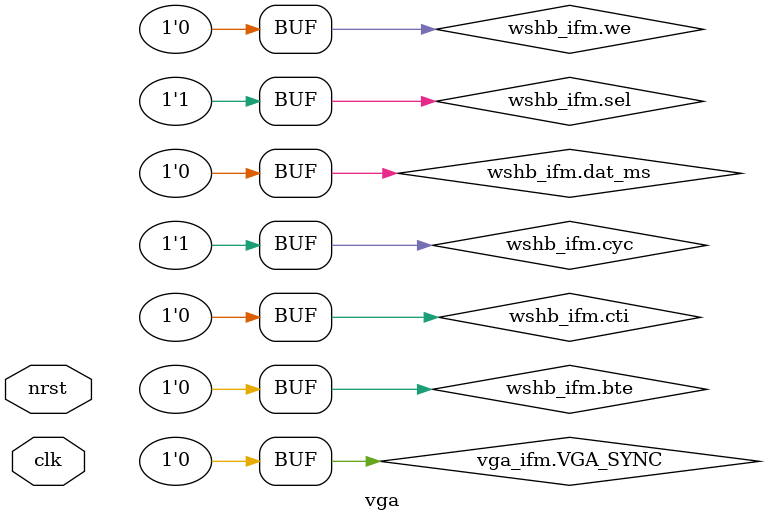
<source format=sv>

module vga #( parameter HDISP = 640, parameter VDISP = 480) ( input clk, input nrst, vga_if.master vga_ifm , wshb_if.master wshb_ifm );

logic locked;
logic vga_clk;
logic rst;


// Definition de constantes
localparam HFP = 16;		// Horizontal Front Porch	  
localparam HPULSE = 96;		// Largeur de la synchro ligne
localparam HBP = 48;		// Horizontal Back Porch
localparam VFP = 11;		// Vertical Front Porch
localparam VPULSE = 2;		// Largeur de la sync image
localparam VBP = 31;		// Vertical Back Porch

// Définition de la valeur de reference finale pour le compteur horizontale et le compteur verticale
localparam h_end = HDISP + HFP + HPULSE + HBP;
localparam v_end = VDISP + VFP + VPULSE + VBP;

// Compteurs horizontale et verticale
logic [$clog2( h_end ) - 1 : 0] h_count;
logic [$clog2( v_end ) - 1 : 0] v_count;


// Signaux pour le controle de la FIFO
logic read, rempty, wfull, fifo_read;
logic full;
logic [15 : 0] rdata;

// Ce signal vaut 1 si a été FULL au moins une fois. C'est un signal dans le domaine vga_clk.
logic full_to_vga;

vga_pll I_vga_pll ( .refclk ( clk ), .rst ( !nrst ), .outclk_0 ( vga_clk ), .locked ( locked )  );

resynchronisation #( .outRST ( 1'b1)) resync ( .CLK ( vga_clk ), .RST_IN( nrst ) , .RST_OUT ( rst ) );

fifo_async #( .DATA_WIDTH(16) , .DEPTH_WIDTH(8) ) I_fifo ( .rst( rst ), 
				.rclk( vga_clk ), 
				.read( fifo_read ), 
				.rdata( rdata ), 
				.rempty( rempty ), 
				.wclk( wshb_ifm.clk ), 
				.wdata( wshb_ifm.dat_sm ), 
				.write( wshb_ifm.ack ), 
				.wfull( wfull ) ); 

assign vga_ifm.VGA_SYNC = 0;
assign vga_ifm.VGA_CLK = ~vga_clk;

// Controle des signaux wishbone.
assign wshb_ifm.sel = 2'b11;
assign wshb_ifm.we = 1'b0;
assign wshb_ifm.cti = '0;
assign wshb_ifm.bte = '0;
assign wshb_ifm.dat_ms = '0;

// Si la fifo est pleine on attend pour l'écriture.
assign wshb_ifm.stb = ~wfull;
assign wshb_ifm.cyc = 1'b1;
assign fifo_read = read && vga_ifm.VGA_BLANK;

// Mise à jour du compteur de ligne et du compteur horizontale de pixels.
always_ff@( posedge vga_clk or posedge rst )
begin
	if( rst )
	begin
		h_count <= 0;
		v_count <= 0;
		read <= '0;
	end

	else
	begin
		if( locked && full_to_vga )
		begin
			if ( h_count < h_end - 1 ) 
				h_count <= h_count + 1'b1;
			else 
			begin 
				h_count <= 0;
				if ( v_count < v_end - 1 ) 
					v_count <= v_count + 1'b1;
				else 
					v_count <= 0;
			end

			if( h_count >= HDISP + HFP && h_count <  HDISP + HFP + HPULSE )	
				vga_ifm.VGA_HS <= 1'b0;
			else 
				vga_ifm.VGA_HS <= 1'b1;
		
			if( v_count < VDISP + VFP  || v_count >= VDISP + VFP + VPULSE )	
				vga_ifm.VGA_VS <= 1'b1;
                        else    
				vga_ifm.VGA_VS <= 1'b0;

			
			if( h_count < HDISP  && v_count < VDISP )
			begin
				if ( v_count  == 0 )
					read <= 1'b1;
		      
			  	vga_ifm.VGA_BLANK <= 1'b1;
					
				vga_ifm.VGA_R <= {rdata[11 +: 5], 3'b000};
           			vga_ifm.VGA_G <= {rdata[5 +:  6], 2'b00};
            			vga_ifm.VGA_B <= {rdata[0 +: 5], 3'b000};

			end
	      		else
			begin 
				vga_ifm.VGA_BLANK <= 1'b0;
			end
		end
	end
end

// Determination de l'adresse d'accèss.
always_ff@( posedge wshb_ifm.clk or posedge wshb_ifm.rst )
begin
	if( wshb_ifm.rst )
	begin
		full <= 0;
		wshb_ifm.adr <= '0;
	end

	else
	begin
		if ( !wfull )
		begin
			if( wshb_ifm.ack )
			begin
				if( wshb_ifm.adr == 2*(VDISP*HDISP - 1)  )
					wshb_ifm.adr <= 'd0;
				else
					wshb_ifm.adr <= wshb_ifm.adr + 2;
					
			end
		end
		else
			full <= 1;
	
	end
end


// Changement de domaine d'horloge wshb_clk vers le domaine vga_clk.
logic d;
always_ff@( posedge vga_clk )
begin
        d <= full;
        full_to_vga <= d;

end


endmodule

</source>
